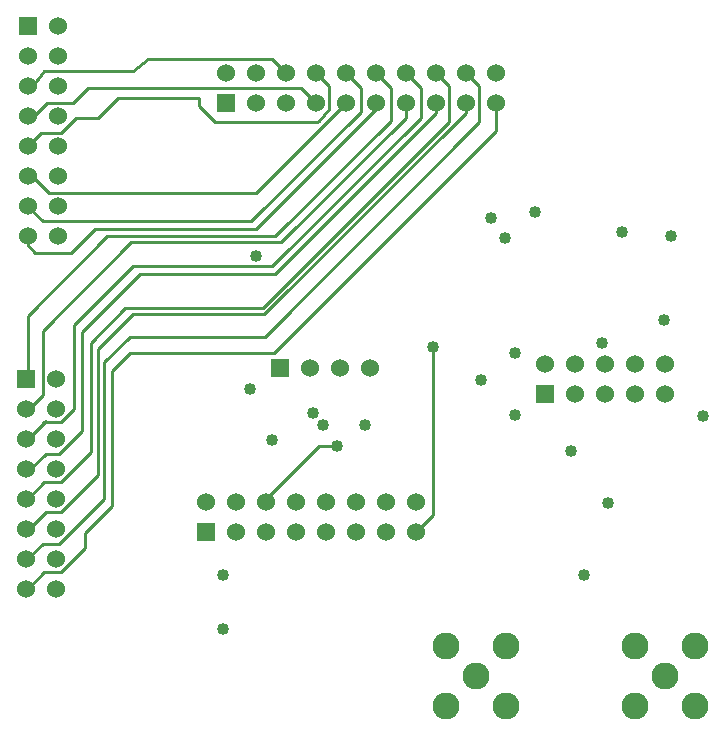
<source format=gbr>
G04 start of page 5 for group 3 idx 2
G04 Title: RX Daughterboard, Vcc-sldr *
G04 Creator: pcb 20070208 *
G04 CreationDate: Mon Dec 24 21:51:39 2007 UTC *
G04 For: matt *
G04 Format: Gerber/RS-274X *
G04 PCB-Dimensions: 275000 250000 *
G04 PCB-Coordinate-Origin: lower left *
%MOIN*%
%FSLAX24Y24*%
%LNGROUP3*%
%ADD11C,0.0100*%
%ADD13C,0.0900*%
%ADD14R,0.0600X0.0600*%
%ADD15C,0.0600*%
%ADD16C,0.0400*%
%ADD18C,0.0580*%
%ADD19C,0.1280*%
%ADD20C,0.0200*%
G54D11*X10700Y20950D02*X10200Y21450D01*
X10700Y21950D02*X11150Y21500D01*
Y20750D01*
X10800Y20350D01*
X11700Y21950D02*X12200Y21450D01*
Y20650D01*
X12700Y20950D02*Y20750D01*
X10750Y20300D02*X10800Y20350D01*
X12700Y21950D02*X13200Y21450D01*
X13700Y21950D02*X14200Y21450D01*
X14700Y21950D02*X15150Y21500D01*
X15700Y21950D02*X16150Y21500D01*
X15150D02*Y20321D01*
X15700Y20950D02*Y20631D01*
X16150Y21500D02*Y20300D01*
X16700Y20950D02*Y20000D01*
X11700Y20950D02*X8700Y17950D01*
X12200Y20650D02*X8550Y17000D01*
X12700Y20750D02*X8700Y16750D01*
X13200Y21450D02*Y20350D01*
X13700Y20950D02*Y20450D01*
X14200Y21450D02*Y20450D01*
X14700Y20950D02*Y20600D01*
X13200Y20350D02*X9350Y16500D01*
X13700Y20450D02*X9550Y16300D01*
X14200Y20450D02*X9250Y15500D01*
X14700Y20600D02*X9350Y15250D01*
X15150Y20321D02*X8928Y14100D01*
X15700Y20631D02*X8969Y13900D01*
X3750Y16500D02*X1100Y13850D01*
X4550Y16300D02*X1600Y13350D01*
X4600Y15500D02*X2650Y13550D01*
X4850Y15250D02*X2900Y13300D01*
X4350Y14100D02*X3200Y12950D01*
X8928Y14100D02*X4350D01*
X8969Y13900D02*X4600D01*
X3450Y12750D01*
X4500Y13150D02*X3650Y12300D01*
X3900Y12000D02*X4500Y12600D01*
X9000Y13150D02*X4500D01*
X9300Y12600D02*X4500D01*
X1100Y13850D02*Y11750D01*
X1600Y13350D02*Y11200D01*
X2650Y13550D02*Y10755D01*
X1600Y11200D02*X1100Y10700D01*
X2900Y13300D02*Y10005D01*
X3200Y12950D02*Y9305D01*
X2650Y10755D02*X2194Y10300D01*
X1600D01*
X3450Y12750D02*Y8555D01*
X3650Y12300D02*Y7755D01*
Y8050D02*Y8400D01*
X3900Y7500D02*Y12000D01*
X1700Y9250D02*X1150Y8700D01*
X1700Y10350D02*X1100Y9750D01*
X2900Y10005D02*X2144Y9250D01*
X1700D01*
X1650Y8300D02*X1100Y7750D01*
X3200Y9305D02*X2194Y8300D01*
X1650D01*
X3450Y8555D02*X2194Y7300D01*
X1700D01*
X1100Y6700D01*
X1600Y6250D02*X1150Y5800D01*
X1650Y5300D02*X1100Y4750D01*
X3650Y7755D02*X2144Y6250D01*
X1600D01*
X3000Y6600D02*Y6105D01*
X2194Y5300D01*
X1650D01*
X3000Y6600D02*X3900Y7500D01*
X16150Y20300D02*X9000Y13150D01*
X16700Y20000D02*X9300Y12600D01*
X11400Y9500D02*X10800D01*
X9000Y7700D01*
X14600Y7200D02*X14000Y6600D01*
X13900D01*
X14600Y12800D02*Y7200D01*
X9700Y21950D02*X9250Y22400D01*
X5100D01*
X10200Y21450D02*X3100D01*
X5100Y22400D02*X4600Y22000D01*
X1650D01*
X1200Y21450D01*
X1100D01*
X3100D02*X2600Y20950D01*
X1750D01*
X2694Y20450D02*X2194Y19950D01*
X1550D01*
X1750Y20950D02*X1250Y20450D01*
X1100D01*
X1550Y19950D02*X1100Y19500D01*
X2700Y20450D02*X3450D01*
X4100Y21100D01*
X1800Y17950D02*X1350Y18400D01*
X1100Y16200D02*Y16400D01*
X1350Y18400D02*X1100D01*
X1600Y17000D02*X1150Y17450D01*
X1100D01*
X3350Y16750D02*X2550Y15950D01*
X1350D01*
X1100Y16200D01*
X8700Y17950D02*X1800D01*
X8550Y17000D02*X1600D01*
X8700Y16750D02*X3350D01*
X4100Y21100D02*X6800D01*
Y20850D01*
X7350Y20300D01*
X10750D01*
X9350Y16500D02*X3750D01*
X9550Y16300D02*X4550D01*
X9250Y15500D02*X4600D01*
X9350Y15250D02*X4850D01*
G54D13*X22350Y1850D03*
X21350Y2850D03*
X23350D03*
X21350Y850D03*
X23350D03*
G54D14*X18350Y11250D03*
G54D13*X16050Y1850D03*
X15050Y2850D03*
X17050D03*
X15050Y850D03*
X17050D03*
G54D15*X18350Y12250D03*
X19350Y11250D03*
Y12250D03*
X20350D03*
X21350D03*
X22350D03*
X20350Y11250D03*
X21350D03*
X22350D03*
G54D14*X9500Y12100D03*
G54D15*X10500D03*
X11500D03*
X12500D03*
G54D14*X7050Y6650D03*
G54D15*Y7650D03*
X8050Y6650D03*
Y7650D03*
X9050Y6650D03*
Y7650D03*
X10050Y6650D03*
Y7650D03*
X11050Y6650D03*
Y7650D03*
X12050Y6650D03*
X13050D03*
X14050D03*
X12050Y7650D03*
X13050D03*
X14050D03*
X10700Y20950D03*
Y21950D03*
X11700D03*
X12700D03*
X11700Y20950D03*
X12700D03*
X13700D03*
X14700D03*
X15700D03*
X16700D03*
X13700Y21950D03*
X14700D03*
X15700D03*
X16700D03*
G54D14*X7700Y20950D03*
G54D15*Y21950D03*
X8700Y20950D03*
Y21950D03*
X9700Y20950D03*
Y21950D03*
G54D14*X1100Y23500D03*
G54D15*X2100D03*
X1100Y22500D03*
Y21500D03*
Y20500D03*
X2100Y22500D03*
Y21500D03*
Y20500D03*
Y19500D03*
Y18500D03*
Y17500D03*
X1100Y19500D03*
Y18500D03*
Y17500D03*
Y16500D03*
X2100D03*
X2050Y11750D03*
Y10750D03*
G54D14*X1050Y11750D03*
G54D15*Y10750D03*
Y9750D03*
X2050D03*
X1050Y8750D03*
Y7750D03*
Y6750D03*
Y5750D03*
Y4750D03*
X2050Y8750D03*
Y7750D03*
Y6750D03*
Y5750D03*
Y4750D03*
G54D16*X20450Y7600D03*
X19650Y5200D03*
X17000Y16450D03*
X18000Y17300D03*
X16550Y17100D03*
X22550Y16500D03*
X20900Y16650D03*
X20250Y12950D03*
X22300Y13700D03*
X8700Y15850D03*
X23600Y10500D03*
X19200Y9350D03*
X12350Y10200D03*
X10950D03*
X11400Y9500D03*
X10600Y10600D03*
X9250Y9700D03*
X8500Y11400D03*
X7600Y5200D03*
Y3400D03*
X17350Y12600D03*
Y10550D03*
X14600Y12800D03*
X16200Y11700D03*
G54D18*G54D15*G54D16*G54D15*G54D16*G54D18*G54D16*G54D19*G54D20*G54D19*G54D20*G54D19*G54D20*M02*

</source>
